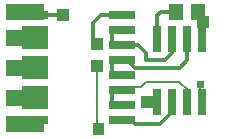
<source format=gbr>
%FSLAX34Y34*%
%MOMM*%
%LNCOPPER_TOP*%
G71*
G01*
%ADD10R,0.700X2.200*%
%ADD11R,2.200X0.700*%
%ADD12R,1.300X1.400*%
%ADD13C,0.300*%
%ADD14R,3.300X1.400*%
%ADD15C,0.200*%
%LPD*%
X168859Y964100D02*
G54D10*
D03*
X156159Y964100D02*
G54D10*
D03*
X143459Y964100D02*
G54D10*
D03*
X130759Y964100D02*
G54D10*
D03*
X130759Y910100D02*
G54D10*
D03*
X143459Y910100D02*
G54D10*
D03*
X156159Y910100D02*
G54D10*
D03*
X168859Y910100D02*
G54D10*
D03*
X101000Y894834D02*
G54D11*
D03*
X101000Y907534D02*
G54D11*
D03*
X101000Y920234D02*
G54D11*
D03*
X101000Y932934D02*
G54D11*
D03*
X101000Y945634D02*
G54D11*
D03*
X101000Y958334D02*
G54D11*
D03*
X101000Y971034D02*
G54D11*
D03*
X101000Y983734D02*
G54D11*
D03*
X27000Y983734D02*
G54D11*
D03*
X27000Y971034D02*
G54D11*
D03*
X27000Y958334D02*
G54D11*
D03*
X27000Y945634D02*
G54D11*
D03*
X27000Y932934D02*
G54D11*
D03*
X27000Y920234D02*
G54D11*
D03*
X27000Y907534D02*
G54D11*
D03*
X27000Y894834D02*
G54D11*
D03*
X146520Y986859D02*
G54D12*
D03*
X165520Y986859D02*
G54D12*
D03*
G54D13*
X168745Y970984D02*
X168745Y983634D01*
X165520Y986859D01*
G54D13*
X146520Y986859D02*
X133820Y986859D01*
X130645Y983684D01*
X130645Y964213D01*
X130759Y964100D01*
G54D13*
X92545Y907484D02*
X92545Y920184D01*
G54D13*
X92545Y932884D02*
X92545Y945584D01*
G54D13*
X92545Y958284D02*
X92545Y970984D01*
G54D13*
X36586Y907881D02*
X36586Y920581D01*
G54D13*
X36586Y945584D02*
X36586Y932884D01*
G54D13*
X36189Y970588D02*
X36189Y957888D01*
X18726Y986864D02*
G54D14*
D03*
X18726Y938842D02*
G54D14*
D03*
X18726Y913839D02*
G54D14*
D03*
X18726Y891614D02*
G54D14*
D03*
G54D13*
X143345Y958284D02*
X143345Y951934D01*
X136995Y945584D01*
X121120Y945584D01*
X121120Y951934D01*
X114770Y958284D01*
X108420Y958284D01*
G54D13*
X156045Y955109D02*
X156045Y945584D01*
X149695Y939234D01*
X111595Y939234D01*
X108420Y942409D01*
G54D13*
X141361Y899944D02*
X133479Y891425D01*
X111595Y891609D01*
X108420Y894784D01*
G36*
X164539Y983128D02*
X174539Y983128D01*
X174539Y973128D01*
X164539Y973128D01*
X164539Y983128D01*
G37*
G36*
X117311Y915659D02*
X127311Y915659D01*
X127311Y905659D01*
X117311Y905659D01*
X117311Y915659D01*
G37*
G36*
X46270Y988684D02*
X56270Y988684D01*
X56270Y978684D01*
X46270Y978684D01*
X46270Y988684D01*
G37*
G54D13*
X51270Y983684D02*
X35395Y983684D01*
G36*
X74448Y964475D02*
X84448Y964475D01*
X84448Y954475D01*
X74448Y954475D01*
X74448Y964475D01*
G37*
G54D13*
X95720Y983684D02*
X83020Y983684D01*
X76670Y977334D01*
X76670Y961459D01*
G36*
X74578Y945528D02*
X84578Y945528D01*
X84578Y935528D01*
X74578Y935528D01*
X74578Y945528D01*
G37*
X18726Y964639D02*
G54D14*
D03*
G36*
X164242Y928313D02*
X170242Y928313D01*
X170242Y922313D01*
X164242Y922313D01*
X164242Y928313D01*
G37*
G54D15*
X122311Y910659D02*
X130199Y910659D01*
X130759Y910100D01*
G54D15*
X108817Y922963D02*
X116952Y922963D01*
X121617Y927628D01*
X148998Y927628D01*
X156442Y920184D01*
G54D15*
X79578Y940528D02*
X79578Y892274D01*
X81000Y887834D01*
G36*
X76000Y892834D02*
X86000Y892834D01*
X86000Y882834D01*
X76000Y882834D01*
X76000Y892834D01*
G37*
G54D15*
X167242Y925313D02*
X167242Y916885D01*
X167861Y916266D01*
M02*

</source>
